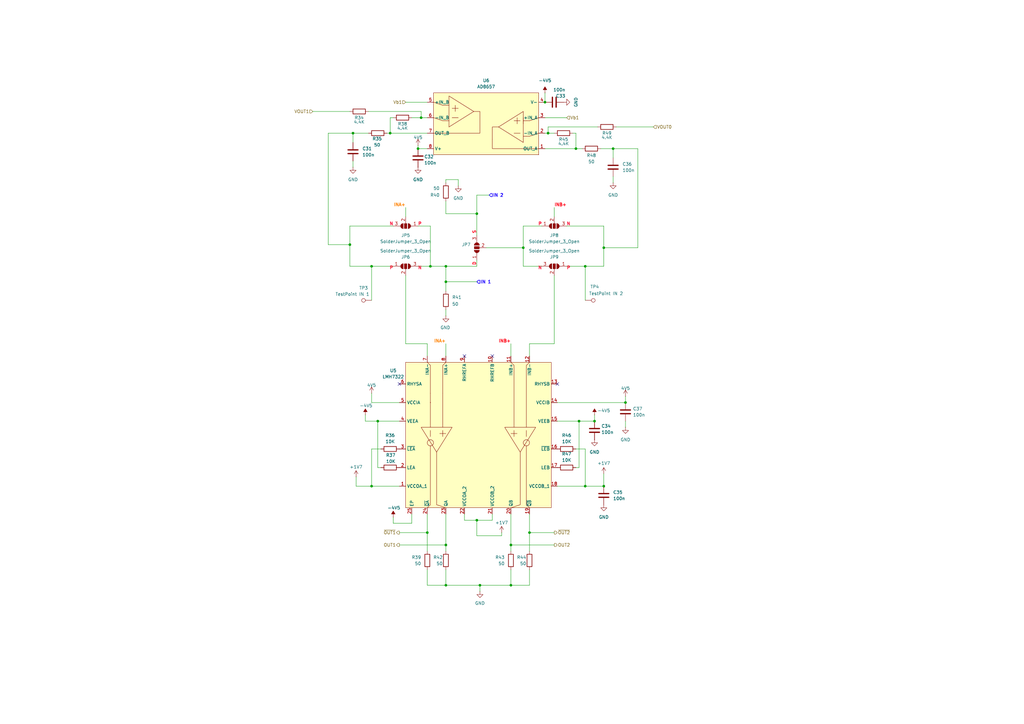
<source format=kicad_sch>
(kicad_sch (version 20231120) (generator "eeschema") (generator_version "8.0")
  (paper "A3")
  (lib_symbols
    (symbol "Connector:TestPoint" (pin_numbers hide) (pin_names (offset 0.762) hide)
      (property "Reference" "TP" (at 0 6.858 0))
      (property "Value" "TestPoint" (at 0 5.08 0))
      (symbol "TestPoint_0_1"
        (circle (center 0 3.302) (radius 0.762))
      )
      (symbol "TestPoint_1_1"
        (pin passive line (at 0 0 90) (length 2.54) (name "1") (number "1"))
      )
    )
    (symbol "Device:C" (pin_numbers hide) (pin_names (offset 0.254))
      (property "Reference" "C" (at 0.635 2.54 0))
      (property "Value" "C" (at 0.635 -2.54 0))
      (symbol "C_0_1"
        (polyline (pts (xy -2.032 -0.762) (xy 2.032 -0.762)) (stroke (width 0.508)))
        (polyline (pts (xy -2.032 0.762) (xy 2.032 0.762)) (stroke (width 0.508)))
      )
      (symbol "C_1_1"
        (pin passive line (at 0 3.81 270) (length 2.794) (name "~") (number "1"))
        (pin passive line (at 0 -3.81 90) (length 2.794) (name "~") (number "2"))
      )
    )
    (symbol "Device:R" (pin_numbers hide) (pin_names (offset 0))
      (property "Reference" "R" (at 2.032 0 90))
      (property "Value" "R" (at 0 0 90))
      (symbol "R_0_1"
        (rectangle (start -1.016 -2.54) (end 1.016 2.54) (stroke (width 0.254)))
      )
      (symbol "R_1_1"
        (pin passive line (at 0 3.81 270) (length 1.27) (name "~") (number "1"))
        (pin passive line (at 0 -3.81 90) (length 1.27) (name "~") (number "2"))
      )
    )
    (symbol "SolderJumper_3_Open_3" (pin_names (offset 0) hide) (exclude_from_sim yes) (in_bom no)
      (property "Reference" "JP" (at -2.54 -2.54 0))
      (property "Value" "SolderJumper_3_Open" (at 0 2.794 0))
      (symbol "SolderJumper_3_Open_3_0_1"
        (arc (start -1.016 1.016) (mid -2.0276 0) (end -1.016 -1.016))
        (arc (start -1.016 1.016) (mid -2.0276 0) (end -1.016 -1.016) (fill (type outline)))
        (rectangle (start -0.508 1.016) (end 0.508 -1.016) (fill (type outline)))
        (polyline (pts (xy -2.54 0) (xy -2.032 0)))
        (polyline (pts (xy -1.016 1.016) (xy -1.016 -1.016)))
        (polyline (pts (xy 0 -1.27) (xy 0 -1.016)))
        (polyline (pts (xy 1.016 1.016) (xy 1.016 -1.016)))
        (polyline (pts (xy 2.54 0) (xy 2.032 0)))
        (arc (start 1.016 -1.016) (mid 2.0276 0) (end 1.016 1.016))
        (arc (start 1.016 -1.016) (mid 2.0276 0) (end 1.016 1.016) (fill (type outline)))
      )
      (symbol "SolderJumper_3_Open_3_1_1"
        (pin passive line (at -5.08 0 0) (length 2.54) (name "A") (number "1"))
        (pin passive line (at 0 -3.81 90) (length 2.54) (name "C") (number "2"))
        (pin passive line (at 5.08 0 180) (length 2.54) (name "B") (number "3"))
      )
    )
    (symbol "power:+1V2" (power) (pin_numbers hide) (pin_names (offset 0) hide)
      (property "Value" "+1V2" (at 0 3.556 0))
      (symbol "+1V2_0_1"
        (polyline (pts (xy -0.762 1.27) (xy 0 2.54)))
        (polyline (pts (xy 0 0) (xy 0 2.54)))
        (polyline (pts (xy 0 2.54) (xy 0.762 1.27)))
      )
      (symbol "+1V2_1_1"
        (pin power_in line (at 0 0 90) (length 0) (name "~") (number "1"))
      )
    )
    (symbol "power:+8V" (power) (pin_numbers hide) (pin_names (offset 0) hide)
      (property "Value" "+8V" (at 0 3.556 0))
      (symbol "+8V_0_1"
        (polyline (pts (xy -0.762 1.27) (xy 0 2.54)))
        (polyline (pts (xy 0 0) (xy 0 2.54)))
        (polyline (pts (xy 0 2.54) (xy 0.762 1.27)))
      )
      (symbol "+8V_1_1"
        (pin power_in line (at 0 0 90) (length 0) (name "~") (number "1"))
      )
    )
    (symbol "power:-8V" (power) (pin_numbers hide) (pin_names (offset 0) hide)
      (property "Value" "-8V" (at 0 3.556 0))
      (symbol "-8V_0_0"
        (pin power_in line (at 0 0 90) (length 0) (name "~") (number "1"))
      )
      (symbol "-8V_0_1"
        (polyline (pts (xy 0 0) (xy 0 1.27) (xy 0.762 1.27) (xy 0 2.54) (xy -0.762 1.27) (xy 0 1.27)) (fill (type outline)))
      )
    )
    (symbol "power:GND" (power) (pin_numbers hide) (pin_names (offset 0) hide)
      (property "Value" "GND" (at 0 -3.81 0))
      (symbol "GND_0_1"
        (polyline (pts (xy 0 0) (xy 0 -1.27) (xy 1.27 -1.27) (xy 0 -2.54) (xy -1.27 -1.27) (xy 0 -1.27)))
      )
      (symbol "GND_1_1"
        (pin power_in line (at 0 0 270) (length 0) (name "~") (number "1"))
      )
    )
    (symbol "prova:AD8657"
      (property "Reference" "U" (at 9.906 3.556 0))
      (property "Value" "AD8657" (at 10.16 5.842 0))
      (symbol "AD8657_0_1"
        (polyline (pts (xy 12.7 17.78) (xy 12.7 20.32)))
        (polyline (pts (xy 13.97 19.05) (xy 16.51 19.05)))
        (polyline (pts (xy 13.97 24.13) (xy 16.51 24.13)))
        (polyline (pts (xy 15.24 20.32) (xy 15.24 17.78)))
        (polyline (pts (xy 16.51 19.05) (xy 16.51 19.05)))
        (polyline (pts (xy 36.83 17.78) (xy 36.83 17.78)))
        (polyline (pts (xy 39.37 13.97) (xy 41.91 13.97)))
        (polyline (pts (xy 39.37 17.78) (xy 41.91 17.78)))
        (polyline (pts (xy 40.64 15.24) (xy 40.64 12.7)))
      )
      (symbol "AD8657_1_1"
        (polyline (pts (xy 6.35 17.78) (xy 10.16 19.05)))
        (polyline (pts (xy 10.16 25.4) (xy 6.35 24.13)))
        (polyline (pts (xy 11.43 19.05) (xy 10.16 19.05)))
        (polyline (pts (xy 11.43 19.05) (xy 12.7 19.05)))
        (polyline (pts (xy 11.43 25.4) (xy 10.16 25.4)))
        (polyline (pts (xy 11.43 25.4) (xy 12.7 25.4)))
        (polyline (pts (xy 22.86 21.59) (xy 25.4 21.59) (xy 25.4 26.67)))
        (polyline (pts (xy 25.4 26.67) (xy 25.4 30.48) (xy 6.35 30.48)))
        (polyline (pts (xy 49.53 11.43) (xy 45.72 12.7) (xy 43.18 12.7)))
        (polyline (pts (xy 49.53 17.78) (xy 45.72 19.05) (xy 43.18 19.05)))
        (polyline (pts (xy 12.7 15.24) (xy 12.7 27.94) (xy 22.86 21.59) (xy 12.7 15.24)))
        (polyline (pts (xy 33.02 15.24) (xy 30.48 15.24) (xy 30.48 24.13) (xy 49.53 24.13)))
        (polyline (pts (xy 43.18 21.59) (xy 43.18 8.89) (xy 33.02 15.24) (xy 43.18 21.59)))
        (rectangle (start 6.35 33.02) (end 49.53 7.62) (fill (type background)))
        (pin output line (at 3.81 30.48 0) (length 2.54) (name "OUT_A") (number "1"))
        (pin input line (at 3.81 24.13 0) (length 2.54) (name "-IN_A") (number "2"))
        (pin input line (at 3.81 17.78 0) (length 2.54) (name "+IN_A") (number "3"))
        (pin input line (at 3.81 11.43 0) (length 2.54) (name "V-") (number "4"))
        (pin input line (at 52.07 11.43 180) (length 2.54) (name "+IN_B") (number "5"))
        (pin input line (at 52.07 17.78 180) (length 2.54) (name "-IN_B") (number "6"))
        (pin input line (at 52.07 24.13 180) (length 2.54) (name "OUT_B") (number "7"))
        (pin input line (at 52.07 30.48 180) (length 2.54) (name "V+") (number "8"))
      )
    )
    (symbol "prova:LMH7322"
      (property "Reference" "U" (at 11.684 8.89 0))
      (property "Value" "LMH7322" (at 20.32 16.51 0))
      (symbol "LMH7322_0_1"
        (circle (center -8.89 -5.08) (radius 0.0001))
        (circle (center -8.89 11.43) (radius 1.27))
        (polyline (pts (xy -8.89 -8.89) (xy -8.89 5.08)))
        (polyline (pts (xy -8.89 8.89) (xy -8.89 6.35)))
        (polyline (pts (xy -3.81 -8.89) (xy -3.81 5.08)))
        (polyline (pts (xy -3.81 8.89) (xy -3.81 6.35)))
        (polyline (pts (xy -2.54 7.62) (xy -5.08 7.62)))
        (polyline (pts (xy 25.4 8.89) (xy 25.4 6.35)))
        (polyline (pts (xy 26.67 7.62) (xy 24.13 7.62)))
        (polyline (pts (xy 30.48 -2.54) (xy 30.48 -2.54)))
        (polyline (pts (xy 30.48 8.89) (xy 30.48 6.35)))
        (polyline (pts (xy -8.89 -8.89) (xy -8.89 -20.32) (xy -10.16 -21.59)))
        (polyline (pts (xy -8.89 12.7) (xy -8.89 36.83) (xy -10.16 38.1)))
        (polyline (pts (xy -6.35 15.24) (xy -6.35 36.83) (xy -2.54 38.1)))
        (polyline (pts (xy -3.81 -8.89) (xy -3.81 -20.32) (xy -2.54 -21.59)))
        (polyline (pts (xy 27.94 15.24) (xy 27.94 36.83) (xy 24.13 38.1)))
        (polyline (pts (xy 30.48 12.7) (xy 30.48 36.83) (xy 31.75 38.1)))
        (circle (center 30.48 11.43) (radius 1.27))
      )
      (symbol "LMH7322_1_1"
        (rectangle (start -19.05 38.1) (end 40.64 -21.59) (fill (type background)))
        (polyline (pts (xy 0 5.08) (xy -12.7 5.08) (xy -6.35 15.24) (xy 0 5.08)))
        (polyline (pts (xy 24.13 -21.59) (xy 25.4 -20.32) (xy 25.4 -16.51) (xy 25.4 5.08)) (fill (type background)))
        (polyline (pts (xy 30.48 5.08) (xy 30.48 -16.51) (xy 30.48 -20.32) (xy 31.75 -21.59)) (fill (type background)))
        (polyline (pts (xy 34.29 5.08) (xy 21.59 5.08) (xy 27.94 15.24) (xy 34.29 5.08)) (fill (type background)))
        (pin input line (at -21.59 29.21 0) (length 2.54) (name "VCCOA_1") (number "1"))
        (pin input line (at 16.51 -24.13 90) (length 2.54) (name "RHREFB") (number "10"))
        (pin input line (at 24.13 -24.13 90) (length 2.54) (name "INB+") (number "11"))
        (pin input line (at 31.75 -24.13 90) (length 2.54) (name "INB-") (number "12"))
        (pin input line (at 43.18 -12.7 180) (length 2.54) (name "RHYSB") (number "13"))
        (pin input line (at 43.18 -5.08 180) (length 2.54) (name "VCCIB") (number "14"))
        (pin input line (at 43.18 2.54 180) (length 2.54) (name "VEEB") (number "15"))
        (pin input line (at 43.18 13.97 180) (length 2.54) (name "~{LEB}") (number "16"))
        (pin input line (at 43.18 21.59 180) (length 2.54) (name "LEB") (number "17"))
        (pin input line (at 43.18 29.21 180) (length 2.54) (name "VCCOB_1") (number "18"))
        (pin output line (at 31.75 40.64 270) (length 2.54) (name "~{QB}") (number "19"))
        (pin input line (at -21.59 21.59 0) (length 2.54) (name "LEA") (number "2"))
        (pin output line (at 24.13 40.64 270) (length 2.54) (name "QB") (number "20"))
        (pin input line (at 16.51 40.64 270) (length 2.54) (name "VCCOB_2") (number "21"))
        (pin input line (at 5.08 40.64 270) (length 2.54) (name "VCCOA_2") (number "22"))
        (pin output line (at -2.54 40.64 270) (length 2.54) (name "QA") (number "23"))
        (pin output line (at -10.16 40.64 270) (length 2.54) (name "~{QA}") (number "24"))
        (pin passive line (at -16.51 40.64 270) (length 2.54) (name "EP") (number "25"))
        (pin input line (at -21.59 13.97 0) (length 2.54) (name "~{LEA}") (number "3"))
        (pin input line (at -21.59 2.54 0) (length 2.54) (name "VEEA") (number "4"))
        (pin input line (at -21.59 -5.08 0) (length 2.54) (name "VCCIA") (number "5"))
        (pin input line (at -21.59 -12.7 0) (length 2.54) (name "RHYSA") (number "6"))
        (pin input line (at -10.16 -24.13 90) (length 2.54) (name "INA-") (number "7"))
        (pin input line (at -2.54 -24.13 90) (length 2.54) (name "INA+") (number "8"))
        (pin input line (at 5.08 -24.13 90) (length 2.54) (name "RHREFA") (number "9"))
      )
    )
  )
  (junction (at 209.55 223.52))
  (junction (at 160.02 54.61))
  (junction (at 196.85 240.03))
  (junction (at 240.03 199.39))
  (junction (at 195.58 213.36))
  (junction (at 209.55 240.03))
  (junction (at 182.88 109.22))
  (junction (at 251.46 60.96))
  (junction (at 171.45 60.96))
  (junction (at 175.26 218.44))
  (junction (at 176.53 109.22))
  (junction (at 256.54 165.1))
  (junction (at 247.65 101.6))
  (junction (at 214.63 101.6))
  (junction (at 240.03 109.22))
  (junction (at 217.17 218.44))
  (junction (at 182.88 240.03))
  (junction (at 237.49 172.72))
  (junction (at 144.78 54.61))
  (junction (at 224.79 54.61))
  (junction (at 223.52 41.91))
  (junction (at 236.22 60.96))
  (junction (at 243.84 172.72))
  (junction (at 182.88 115.57))
  (junction (at 182.88 223.52))
  (junction (at 154.94 172.72))
  (junction (at 195.58 87.63))
  (junction (at 247.65 199.39))
  (junction (at 143.51 100.33))
  (junction (at 152.4 199.39))
  (junction (at 152.4 109.22))
  (junction (at 172.72 48.26))
  (no_connect (at 163.83 157.48))
  (no_connect (at 190.5 146.05))
  (no_connect (at 228.6 157.48))
  (no_connect (at 201.93 146.05))
  (wire (pts (xy 205.74 218.44) (xy 205.74 219.71)))
  (wire (pts (xy 236.22 184.15) (xy 240.03 184.15)))
  (wire (pts (xy 214.63 92.71) (xy 214.63 101.6)))
  (wire (pts (xy 182.88 223.52) (xy 182.88 226.06)))
  (wire (pts (xy 182.88 127) (xy 182.88 129.54)))
  (wire (pts (xy 247.65 199.39) (xy 247.65 194.31)))
  (wire (pts (xy 182.88 115.57) (xy 195.58 115.57)))
  (wire (pts (xy 227.33 218.44) (xy 217.17 218.44)))
  (wire (pts (xy 240.03 109.22) (xy 247.65 109.22)))
  (wire (pts (xy 163.83 199.39) (xy 152.4 199.39)))
  (wire (pts (xy 182.88 223.52) (xy 163.83 223.52)))
  (wire (pts (xy 158.75 54.61) (xy 160.02 54.61)))
  (wire (pts (xy 190.5 213.36) (xy 190.5 210.82)))
  (wire (pts (xy 247.65 101.6) (xy 247.65 109.22)))
  (wire (pts (xy 199.39 101.6) (xy 214.63 101.6)))
  (wire (pts (xy 232.41 92.71) (xy 247.65 92.71)))
  (wire (pts (xy 182.88 119.38) (xy 182.88 115.57)))
  (wire (pts (xy 227.33 223.52) (xy 209.55 223.52)))
  (wire (pts (xy 217.17 240.03) (xy 209.55 240.03)))
  (wire (pts (xy 201.93 213.36) (xy 201.93 210.82)))
  (wire (pts (xy 240.03 199.39) (xy 228.6 199.39)))
  (wire (pts (xy 182.88 73.66) (xy 187.96 73.66)))
  (wire (pts (xy 175.26 60.96) (xy 171.45 60.96)))
  (wire (pts (xy 143.51 109.22) (xy 152.4 109.22)))
  (wire (pts (xy 209.55 223.52) (xy 209.55 226.06)))
  (wire (pts (xy 175.26 210.82) (xy 175.26 218.44)))
  (wire (pts (xy 236.22 54.61) (xy 236.22 60.96)))
  (wire (pts (xy 182.88 210.82) (xy 182.88 223.52)))
  (wire (pts (xy 154.94 191.77) (xy 154.94 172.72)))
  (wire (pts (xy 152.4 199.39) (xy 146.05 199.39)))
  (wire (pts (xy 190.5 213.36) (xy 195.58 213.36)))
  (wire (pts (xy 154.94 172.72) (xy 149.86 172.72)))
  (wire (pts (xy 195.58 109.22) (xy 182.88 109.22)))
  (wire (pts (xy 217.17 146.05) (xy 217.17 140.97)))
  (wire (pts (xy 152.4 165.1) (xy 163.83 165.1)))
  (wire (pts (xy 166.37 140.97) (xy 175.26 140.97)))
  (wire (pts (xy 217.17 218.44) (xy 217.17 226.06)))
  (wire (pts (xy 217.17 233.68) (xy 217.17 240.03)))
  (wire (pts (xy 195.58 80.01) (xy 195.58 87.63)))
  (wire (pts (xy 214.63 109.22) (xy 222.25 109.22)))
  (wire (pts (xy 251.46 64.77) (xy 251.46 60.96)))
  (wire (pts (xy 223.52 60.96) (xy 236.22 60.96)))
  (wire (pts (xy 134.62 100.33) (xy 134.62 54.61)))
  (wire (pts (xy 222.25 92.71) (xy 214.63 92.71)))
  (wire (pts (xy 149.86 170.18) (xy 149.86 172.72)))
  (wire (pts (xy 182.88 82.55) (xy 182.88 87.63)))
  (wire (pts (xy 176.53 109.22) (xy 171.45 109.22)))
  (wire (pts (xy 144.78 58.42) (xy 144.78 54.61)))
  (wire (pts (xy 146.05 195.58) (xy 146.05 199.39)))
  (wire (pts (xy 224.79 54.61) (xy 227.33 54.61)))
  (wire (pts (xy 196.85 240.03) (xy 196.85 242.57)))
  (wire (pts (xy 134.62 54.61) (xy 144.78 54.61)))
  (wire (pts (xy 243.84 170.18) (xy 243.84 172.72)))
  (wire (pts (xy 247.65 199.39) (xy 240.03 199.39)))
  (wire (pts (xy 224.79 52.07) (xy 245.11 52.07)))
  (wire (pts (xy 128.27 45.72) (xy 143.51 45.72)))
  (wire (pts (xy 228.6 165.1) (xy 256.54 165.1)))
  (wire (pts (xy 160.02 54.61) (xy 160.02 48.26)))
  (wire (pts (xy 236.22 191.77) (xy 237.49 191.77)))
  (wire (pts (xy 217.17 140.97) (xy 227.33 140.97)))
  (wire (pts (xy 256.54 172.72) (xy 256.54 175.26)))
  (wire (pts (xy 152.4 184.15) (xy 156.21 184.15)))
  (wire (pts (xy 240.03 109.22) (xy 240.03 123.19)))
  (wire (pts (xy 246.38 60.96) (xy 251.46 60.96)))
  (wire (pts (xy 232.41 109.22) (xy 240.03 109.22)))
  (wire (pts (xy 224.79 54.61) (xy 223.52 54.61)))
  (wire (pts (xy 175.26 146.05) (xy 175.26 140.97)))
  (wire (pts (xy 267.97 52.07) (xy 252.73 52.07)))
  (wire (pts (xy 175.26 218.44) (xy 175.26 226.06)))
  (wire (pts (xy 214.63 101.6) (xy 214.63 109.22)))
  (wire (pts (xy 182.88 140.97) (xy 182.88 146.05)))
  (wire (pts (xy 261.62 60.96) (xy 251.46 60.96)))
  (wire (pts (xy 247.65 101.6) (xy 261.62 101.6)))
  (wire (pts (xy 166.37 85.09) (xy 166.37 88.9)))
  (wire (pts (xy 143.51 92.71) (xy 161.29 92.71)))
  (wire (pts (xy 163.83 172.72) (xy 154.94 172.72)))
  (wire (pts (xy 195.58 87.63) (xy 195.58 96.52)))
  (wire (pts (xy 247.65 92.71) (xy 247.65 101.6)))
  (wire (pts (xy 143.51 100.33) (xy 134.62 100.33)))
  (wire (pts (xy 209.55 210.82) (xy 209.55 223.52)))
  (wire (pts (xy 166.37 41.91) (xy 175.26 41.91)))
  (wire (pts (xy 152.4 184.15) (xy 152.4 199.39)))
  (wire (pts (xy 166.37 113.03) (xy 166.37 140.97)))
  (wire (pts (xy 171.45 92.71) (xy 176.53 92.71)))
  (wire (pts (xy 195.58 213.36) (xy 195.58 219.71)))
  (wire (pts (xy 143.51 92.71) (xy 143.51 100.33)))
  (wire (pts (xy 209.55 233.68) (xy 209.55 240.03)))
  (wire (pts (xy 152.4 161.29) (xy 152.4 165.1)))
  (wire (pts (xy 224.79 54.61) (xy 224.79 52.07)))
  (wire (pts (xy 240.03 184.15) (xy 240.03 199.39)))
  (wire (pts (xy 236.22 60.96) (xy 238.76 60.96)))
  (wire (pts (xy 256.54 162.56) (xy 256.54 165.1)))
  (wire (pts (xy 195.58 213.36) (xy 201.93 213.36)))
  (wire (pts (xy 182.88 87.63) (xy 195.58 87.63)))
  (wire (pts (xy 172.72 48.26) (xy 172.72 45.72)))
  (wire (pts (xy 227.33 85.09) (xy 227.33 88.9)))
  (wire (pts (xy 195.58 80.01) (xy 200.66 80.01)))
  (wire (pts (xy 144.78 66.04) (xy 144.78 68.58)))
  (wire (pts (xy 143.51 100.33) (xy 143.51 109.22)))
  (wire (pts (xy 182.88 109.22) (xy 176.53 109.22)))
  (wire (pts (xy 195.58 219.71) (xy 205.74 219.71)))
  (wire (pts (xy 182.88 73.66) (xy 182.88 74.93)))
  (wire (pts (xy 261.62 101.6) (xy 261.62 60.96)))
  (wire (pts (xy 156.21 191.77) (xy 154.94 191.77)))
  (wire (pts (xy 175.26 218.44) (xy 163.83 218.44)))
  (wire (pts (xy 223.52 38.1) (xy 223.52 41.91)))
  (wire (pts (xy 234.95 54.61) (xy 236.22 54.61)))
  (wire (pts (xy 182.88 240.03) (xy 175.26 240.03)))
  (wire (pts (xy 195.58 106.68) (xy 195.58 109.22)))
  (wire (pts (xy 152.4 109.22) (xy 152.4 123.19)))
  (wire (pts (xy 187.96 73.66) (xy 187.96 76.2)))
  (wire (pts (xy 175.26 233.68) (xy 175.26 240.03)))
  (wire (pts (xy 168.91 48.26) (xy 172.72 48.26)))
  (wire (pts (xy 228.6 172.72) (xy 237.49 172.72)))
  (wire (pts (xy 196.85 240.03) (xy 182.88 240.03)))
  (wire (pts (xy 209.55 240.03) (xy 196.85 240.03)))
  (wire (pts (xy 160.02 54.61) (xy 175.26 54.61)))
  (wire (pts (xy 227.33 113.03) (xy 227.33 140.97)))
  (wire (pts (xy 151.13 45.72) (xy 172.72 45.72)))
  (wire (pts (xy 152.4 109.22) (xy 161.29 109.22)))
  (wire (pts (xy 171.45 59.69) (xy 171.45 60.96)))
  (wire (pts (xy 182.88 233.68) (xy 182.88 240.03)))
  (wire (pts (xy 161.29 212.09) (xy 161.29 214.63)))
  (wire (pts (xy 217.17 210.82) (xy 217.17 218.44)))
  (wire (pts (xy 144.78 54.61) (xy 151.13 54.61)))
  (wire (pts (xy 237.49 191.77) (xy 237.49 172.72)))
  (wire (pts (xy 251.46 72.39) (xy 251.46 74.93)))
  (wire (pts (xy 168.91 214.63) (xy 161.29 214.63)))
  (wire (pts (xy 223.52 48.26) (xy 232.41 48.26)))
  (wire (pts (xy 168.91 210.82) (xy 168.91 214.63)))
  (wire (pts (xy 176.53 92.71) (xy 176.53 109.22)))
  (wire (pts (xy 172.72 48.26) (xy 175.26 48.26)))
  (wire (pts (xy 209.55 140.97) (xy 209.55 146.05)))
  (wire (pts (xy 182.88 109.22) (xy 182.88 115.57)))
  (wire (pts (xy 160.02 48.26) (xy 161.29 48.26)))
  (wire (pts (xy 243.84 172.72) (xy 237.49 172.72)))
  (text "N" (at 172.212 109.982 0) (effects (font (size 1.27 1.27) (thickness 0.254) (bold yes))))
  (text "N" (at 160.528 91.948 0) (effects (font (size 1.27 1.27) (thickness 0.254) (bold yes))))
  (text "P\n" (at 160.528 109.982 0) (effects (font (size 1.27 1.27) (thickness 0.254) (bold yes))))
  (text "N" (at 221.488 109.982 0) (effects (font (size 1.27 1.27) (thickness 0.254) (bold yes))))
  (text "S" (at 194.564 95.25 90) (effects (font (size 1.27 1.27) (thickness 0.254) (bold yes))))
  (text "P\n" (at 233.172 109.982 0) (effects (font (size 1.27 1.27) (thickness 0.254) (bold yes))))
  (text "P\n" (at 172.212 91.948 0) (effects (font (size 1.27 1.27) (thickness 0.254) (bold yes))))
  (text "P\n" (at 221.488 91.948 0) (effects (font (size 1.27 1.27) (thickness 0.254) (bold yes))))
  (text "N" (at 233.172 91.948 0) (effects (font (size 1.27 1.27) (thickness 0.254) (bold yes))))
  (text "D" (at 194.564 108.204 90) (effects (font (size 1.27 1.27) (thickness 0.254) (bold yes))))
  (label "INA+" (at 166.37 85.09 180) (effects (font (thickness 0.254) (bold yes))))
  (label "INA+" (at 182.88 140.97 180) (effects (font (thickness 0.254) (bold yes))))
  (label "INB+" (at 209.55 140.97 180) (effects (font (thickness 0.254) (bold yes))))
  (label "INB+" (at 227.33 85.09 0) (effects (font (thickness 0.254) (bold yes))))
  (hierarchical_label "Vb1" (shape input) (at 232.41 48.26 0))
  (hierarchical_label "VOUT1" (shape input) (at 128.27 45.72 180))
  (hierarchical_label "IN 1" (shape input) (at 195.58 115.57 0) (effects (font (thickness 0.254) (bold yes))))
  (hierarchical_label "IN 2" (shape input) (at 200.66 80.01 0) (effects (font (thickness 0.254) (bold yes))))
  (hierarchical_label "~{OUT2}" (shape output) (at 227.33 218.44 0))
  (hierarchical_label "~{OUT1}" (shape output) (at 163.83 218.44 180))
  (hierarchical_label "OUT2" (shape output) (at 227.33 223.52 0))
  (hierarchical_label "Vb1" (shape input) (at 166.37 41.91 180))
  (hierarchical_label "VOUT0" (shape input) (at 267.97 52.07 0))
  (hierarchical_label "OUT1" (shape output) (at 163.83 223.52 180))
  (symbol (lib_id "power:GND") (at 144.78 68.58 0) (unit 1)
    (property "Reference" "#PWR067" (effects (hide yes)))
    (property "Value" "GND" (at 144.78 73.66 0))
    (property "Description" "Power symbol creates a global label with name \"GND\" , ground" (effects (hide yes)))
  )
  (symbol (lib_id "Device:R") (at 232.41 191.77 270) (mirror x) (unit 1)
    (property "Reference" "R47" (at 232.41 186.182 90))
    (property "Value" "10K" (at 232.41 188.722 90))
    (property "Footprint" "Resistor_SMD:R_0603_1608Metric_Pad0.98x0.95mm_HandSolder" (effects (hide yes)))
    (property "Description" "Resistor" (effects (hide yes)))
  )
  (symbol (lib_id "power:GND") (at 187.96 76.2 0) (unit 1)
    (property "Reference" "#PWR075" (effects (hide yes)))
    (property "Value" "GND" (at 187.96 81.28 0))
    (property "Description" "Power symbol creates a global label with name \"GND\" , ground" (effects (hide yes)))
  )
  (symbol (lib_id "Device:R") (at 175.26 229.87 0) (mirror y) (unit 1)
    (property "Reference" "R39" (at 172.72 228.5999 0) (effects (justify left)))
    (property "Value" "50" (at 172.72 231.1399 0) (effects (justify left)))
    (property "Footprint" "Resistor_SMD:R_0603_1608Metric_Pad0.98x0.95mm_HandSolder" (effects (hide yes)))
    (property "Description" "Resistor" (effects (hide yes)))
  )
  (symbol (lib_id "Device:C") (at 243.84 176.53 0) (unit 1)
    (property "Reference" "C34" (at 246.634 174.752 0) (effects (justify left)))
    (property "Value" "100n" (at 246.634 177.292 0) (effects (justify left)))
    (property "Footprint" "Capacitor_SMD:C_0603_1608Metric_Pad1.08x0.95mm_HandSolder" (effects (hide yes)))
    (property "Description" "Unpolarized capacitor" (effects (hide yes)))
  )
  (symbol (lib_id "prova:AD8657") (at 227.33 30.48 180) (unit 1)
    (property "Reference" "U6" (at 199.39 33.02 0))
    (property "Value" "AD8657" (at 199.39 35.56 0))
    (property "Footprint" "SamacSys_Parts:SOP65P490X110-8N" (effects (hide yes)))
  )
  (symbol (lib_id "power:GND") (at 256.54 175.26 0) (unit 1)
    (property "Reference" "#PWR086" (effects (hide yes)))
    (property "Value" "GND" (at 256.54 180.34 0))
    (property "Description" "Power symbol creates a global label with name \"GND\" , ground" (effects (hide yes)))
  )
  (symbol (lib_id "power:+8V") (at 256.54 162.56 0) (mirror y) (unit 1)
    (property "Reference" "#PWR080" (effects (hide yes)))
    (property "Value" "4V5" (at 256.54 159.258 0))
    (property "Description" "Power symbol creates a global label with name \"+8V\"" (effects (hide yes)))
  )
  (symbol (lib_id "Device:R") (at 182.88 123.19 180) (unit 1)
    (property "Reference" "R41" (at 185.42 121.9199 0) (effects (justify right)))
    (property "Value" "50" (at 185.42 124.714 0) (effects (justify right)))
    (property "Footprint" "Resistor_SMD:R_0603_1608Metric_Pad0.98x0.95mm_HandSolder" (effects (hide yes)))
    (property "Description" "Resistor" (effects (hide yes)))
  )
  (symbol (lib_id "power:+1V2") (at 146.05 195.58 0) (mirror y) (unit 1)
    (property "Reference" "#PWR068" (effects (hide yes)))
    (property "Value" "+1V7" (at 146.05 191.516 0))
    (property "Description" "Power symbol creates a global label with name \"+1V2\"" (effects (hide yes)))
  )
  (symbol (lib_id "Device:R") (at 182.88 78.74 0) (unit 1)
    (property "Reference" "R40" (at 180.34 80.0101 0) (effects (justify right)))
    (property "Value" "50" (at 180.34 77.216 0) (effects (justify right)))
    (property "Footprint" "Resistor_SMD:R_0603_1608Metric_Pad0.98x0.95mm_HandSolder" (effects (hide yes)))
    (property "Description" "Resistor" (effects (hide yes)))
  )
  (symbol (lib_id "Device:R") (at 242.57 60.96 270) (unit 1)
    (property "Reference" "R48" (at 242.57 63.754 90))
    (property "Value" "50" (at 242.57 66.294 90))
    (property "Footprint" "Resistor_SMD:R_0603_1608Metric_Pad0.98x0.95mm_HandSolder" (effects (hide yes)))
    (property "Description" "Resistor" (effects (hide yes)))
  )
  (symbol (lib_id "Device:C") (at 256.54 168.91 0) (unit 1)
    (property "Reference" "C37" (at 259.588 167.64 0) (effects (justify left)))
    (property "Value" "100n" (at 259.588 170.18 0) (effects (justify left)))
    (property "Footprint" "Capacitor_SMD:C_0603_1608Metric_Pad1.08x0.95mm_HandSolder" (effects (hide yes)))
    (property "Description" "Unpolarized capacitor" (effects (hide yes)))
  )
  (symbol (lib_name "SolderJumper_3_Open_3") (lib_id "Jumper:SolderJumper_3_Open") (at 195.58 101.6 90) (unit 1) (exclude_from_sim yes) (in_bom no)
    (property "Reference" "JP7" (at 193.04 100.3299 90) (effects (justify left)))
    (property "Value" "SolderJumper_3_Open" (effects (hide yes)))
    (property "Footprint" "Jumper:SolderJumper-3_P1.3mm_Open_RoundedPad1.0x1.5mm_NumberLabels" (effects (hide yes)))
    (property "Description" "Solder Jumper, 3-pole, open" (effects (hide yes)))
  )
  (symbol (lib_id "power:GND") (at 251.46 74.93 0) (unit 1)
    (property "Reference" "#PWR085" (effects (hide yes)))
    (property "Value" "GND" (at 251.46 80.01 0))
    (property "Description" "Power symbol creates a global label with name \"GND\" , ground" (effects (hide yes)))
  )
  (symbol (lib_id "power:GND") (at 231.14 41.91 90) (unit 1)
    (property "Reference" "#PWR079" (effects (hide yes)))
    (property "Value" "GND" (at 236.22 41.91 0))
    (property "Description" "Power symbol creates a global label with name \"GND\" , ground" (effects (hide yes)))
  )
  (symbol (lib_id "power:-8V") (at 149.86 170.18 0) (mirror y) (unit 1)
    (property "Reference" "#PWR069" (effects (hide yes)))
    (property "Value" "-4V5" (at 150.114 166.37 0))
    (property "Description" "Power symbol creates a global label with name \"-8V\"" (effects (hide yes)))
  )
  (symbol (lib_id "Device:R") (at 154.94 54.61 90) (unit 1)
    (property "Reference" "R35" (at 154.686 56.896 90))
    (property "Value" "50" (at 154.686 59.436 90))
    (property "Footprint" "Resistor_SMD:R_0603_1608Metric_Pad0.98x0.95mm_HandSolder" (effects (hide yes)))
    (property "Description" "Resistor" (effects (hide yes)))
  )
  (symbol (lib_id "power:-8V") (at 223.52 38.1 0) (unit 1)
    (property "Reference" "#PWR078" (effects (hide yes)))
    (property "Value" "-4V5" (at 223.52 33.02 0))
    (property "Description" "Power symbol creates a global label with name \"-8V\"" (effects (hide yes)))
  )
  (symbol (lib_id "power:+1V2") (at 205.74 218.44 0) (mirror y) (unit 1)
    (property "Reference" "#PWR077" (effects (hide yes)))
    (property "Value" "+1V7" (at 205.74 214.376 0))
    (property "Description" "Power symbol creates a global label with name \"+1V2\"" (effects (hide yes)))
  )
  (symbol (lib_id "Device:R") (at 248.92 52.07 270) (unit 1)
    (property "Reference" "R49" (at 248.92 54.61 90))
    (property "Value" "4.4K" (at 248.92 56.388 90))
    (property "Footprint" "Resistor_SMD:R_0603_1608Metric_Pad0.98x0.95mm_HandSolder" (effects (hide yes)))
    (property "Description" "Resistor" (effects (hide yes)))
  )
  (symbol (lib_id "power:GND") (at 243.84 180.34 0) (unit 1)
    (property "Reference" "#PWR082" (effects (hide yes)))
    (property "Value" "GND" (at 243.84 185.42 0))
    (property "Description" "Power symbol creates a global label with name \"GND\" , ground" (effects (hide yes)))
  )
  (symbol (lib_id "power:+1V2") (at 247.65 194.31 0) (mirror y) (unit 1)
    (property "Reference" "#PWR083" (effects (hide yes)))
    (property "Value" "+1V7" (at 247.65 189.992 0))
    (property "Description" "Power symbol creates a global label with name \"+1V2\"" (effects (hide yes)))
  )
  (symbol (lib_id "prova:LMH7322") (at 185.42 170.18 0) (mirror x) (unit 1)
    (property "Reference" "U5" (at 161.29 151.9838 0))
    (property "Value" "LMH7322" (at 161.29 154.5238 0))
    (property "Footprint" "SamacSys_Parts:QFN50P400X400X80-25N" (effects (hide yes)))
  )
  (symbol (lib_id "Device:C") (at 247.65 203.2 0) (unit 1)
    (property "Reference" "C35" (at 251.46 201.9299 0) (effects (justify left)))
    (property "Value" "100n" (at 251.46 204.4699 0) (effects (justify left)))
    (property "Footprint" "Capacitor_SMD:C_0603_1608Metric_Pad1.08x0.95mm_HandSolder" (effects (hide yes)))
    (property "Description" "Unpolarized capacitor" (effects (hide yes)))
  )
  (symbol (lib_id "power:GND") (at 247.65 207.01 0) (unit 1)
    (property "Reference" "#PWR084" (effects (hide yes)))
    (property "Value" "GND" (at 247.65 212.09 0))
    (property "Description" "Power symbol creates a global label with name \"GND\" , ground" (effects (hide yes)))
  )
  (symbol (lib_name "SolderJumper_3_Open_3") (lib_id "Jumper:SolderJumper_3_Open") (at 166.37 109.22 0) (unit 1) (exclude_from_sim yes) (in_bom no)
    (property "Reference" "JP6" (at 166.37 105.41 0))
    (property "Value" "SolderJumper_3_Open" (at 166.37 102.87 0))
    (property "Footprint" "Jumper:SolderJumper-3_P1.3mm_Open_RoundedPad1.0x1.5mm_NumberLabels" (effects (hide yes)))
    (property "Description" "Solder Jumper, 3-pole, open" (effects (hide yes)))
  )
  (symbol (lib_id "Device:R") (at 231.14 54.61 270) (unit 1)
    (property "Reference" "R45" (at 231.14 57.15 90))
    (property "Value" "4.4K" (at 231.14 58.928 90))
    (property "Footprint" "Resistor_SMD:R_0603_1608Metric_Pad0.98x0.95mm_HandSolder" (effects (hide yes)))
    (property "Description" "Resistor" (effects (hide yes)))
  )
  (symbol (lib_id "power:+8V") (at 171.45 59.69 0) (unit 1)
    (property "Reference" "#PWR072" (effects (hide yes)))
    (property "Value" "4V5" (at 171.45 56.388 0))
    (property "Description" "Power symbol creates a global label with name \"+8V\"" (effects (hide yes)))
  )
  (symbol (lib_id "Device:R") (at 160.02 191.77 270) (mirror x) (unit 1)
    (property "Reference" "R37" (at 160.274 186.69 90))
    (property "Value" "10K" (at 160.274 189.23 90))
    (property "Footprint" "Resistor_SMD:R_0603_1608Metric_Pad0.98x0.95mm_HandSolder" (effects (hide yes)))
    (property "Description" "Resistor" (effects (hide yes)))
  )
  (symbol (lib_id "Device:C") (at 227.33 41.91 90) (unit 1)
    (property "Reference" "C33" (at 231.902 39.37 90) (effects (justify left)))
    (property "Value" "100n" (at 231.902 36.83 90) (effects (justify left)))
    (property "Footprint" "Capacitor_SMD:C_0603_1608Metric_Pad1.08x0.95mm_HandSolder" (effects (hide yes)))
    (property "Description" "Unpolarized capacitor" (effects (hide yes)))
  )
  (symbol (lib_id "Device:C") (at 144.78 62.23 0) (unit 1)
    (property "Reference" "C31" (at 148.59 60.9599 0) (effects (justify left)))
    (property "Value" "100n" (at 148.59 63.4999 0) (effects (justify left)))
    (property "Footprint" "Capacitor_SMD:C_0603_1608Metric_Pad1.08x0.95mm_HandSolder" (effects (hide yes)))
    (property "Description" "Unpolarized capacitor" (effects (hide yes)))
  )
  (symbol (lib_id "Connector:TestPoint") (at 152.4 123.19 90) (unit 1)
    (property "Reference" "TP3" (at 149.098 118.11 90))
    (property "Value" "TestPoint IN 1" (at 144.526 120.65 90))
    (property "Footprint" "TestPoint:TestPoint_Pad_D1.0mm" (effects (hide yes)))
    (property "Description" "test point" (effects (hide yes)))
  )
  (symbol (lib_id "power:GND") (at 182.88 129.54 0) (unit 1)
    (property "Reference" "#PWR074" (effects (hide yes)))
    (property "Value" "GND" (at 182.626 134.366 0))
    (property "Description" "Power symbol creates a global label with name \"GND\" , ground" (effects (hide yes)))
  )
  (symbol (lib_id "Device:R") (at 165.1 48.26 90) (unit 1)
    (property "Reference" "R38" (at 165.1 50.8 90))
    (property "Value" "4.4K" (at 165.1 52.578 90))
    (property "Footprint" "Resistor_SMD:R_0603_1608Metric_Pad0.98x0.95mm_HandSolder" (effects (hide yes)))
    (property "Description" "Resistor" (effects (hide yes)))
  )
  (symbol (lib_name "SolderJumper_3_Open_3") (lib_id "Jumper:SolderJumper_3_Open") (at 227.33 109.22 0) (mirror y) (unit 1) (exclude_from_sim yes) (in_bom no)
    (property "Reference" "JP9" (at 227.33 105.41 0))
    (property "Value" "SolderJumper_3_Open" (at 227.33 102.87 0))
    (property "Footprint" "Jumper:SolderJumper-3_P1.3mm_Open_RoundedPad1.0x1.5mm_NumberLabels" (effects (hide yes)))
    (property "Description" "Solder Jumper, 3-pole, open" (effects (hide yes)))
  )
  (symbol (lib_id "power:+8V") (at 152.4 161.29 0) (mirror y) (unit 1)
    (property "Reference" "#PWR070" (effects (hide yes)))
    (property "Value" "4V5" (at 152.4 157.988 0))
    (property "Description" "Power symbol creates a global label with name \"+8V\"" (effects (hide yes)))
  )
  (symbol (lib_id "power:-8V") (at 243.84 170.18 0) (mirror y) (unit 1)
    (property "Reference" "#PWR081" (effects (hide yes)))
    (property "Value" "-4V5" (at 247.65 168.402 0))
    (property "Description" "Power symbol creates a global label with name \"-8V\"" (effects (hide yes)))
  )
  (symbol (lib_id "Connector:TestPoint") (at 240.03 123.19 270) (unit 1)
    (property "Reference" "TP4" (at 242.062 117.602 90) (effects (justify left)))
    (property "Value" "TestPoint IN 2" (at 241.554 120.396 90) (effects (justify left)))
    (property "Footprint" "TestPoint:TestPoint_Pad_D1.0mm" (effects (hide yes)))
    (property "Description" "test point" (effects (hide yes)))
  )
  (symbol (lib_id "Device:R") (at 232.41 184.15 270) (mirror x) (unit 1)
    (property "Reference" "R46" (at 232.41 178.562 90))
    (property "Value" "10K" (at 232.41 181.102 90))
    (property "Footprint" "Resistor_SMD:R_0603_1608Metric_Pad0.98x0.95mm_HandSolder" (effects (hide yes)))
    (property "Description" "Resistor" (effects (hide yes)))
  )
  (symbol (lib_id "Device:R") (at 160.02 184.15 270) (mirror x) (unit 1)
    (property "Reference" "R36" (at 160.02 178.562 90))
    (property "Value" "10K" (at 160.02 181.102 90))
    (property "Footprint" "Resistor_SMD:R_0603_1608Metric_Pad0.98x0.95mm_HandSolder" (effects (hide yes)))
    (property "Description" "Resistor" (effects (hide yes)))
  )
  (symbol (lib_id "Device:R") (at 209.55 229.87 0) (mirror y) (unit 1)
    (property "Reference" "R43" (at 207.01 228.5999 0) (effects (justify left)))
    (property "Value" "50" (at 207.01 231.1399 0) (effects (justify left)))
    (property "Footprint" "Resistor_SMD:R_0603_1608Metric_Pad0.98x0.95mm_HandSolder" (effects (hide yes)))
    (property "Description" "Resistor" (effects (hide yes)))
  )
  (symbol (lib_id "power:GND") (at 196.85 242.57 0) (mirror y) (unit 1)
    (property "Reference" "#PWR076" (effects (hide yes)))
    (property "Value" "GND" (at 196.85 247.396 0))
    (property "Description" "Power symbol creates a global label with name \"GND\" , ground" (effects (hide yes)))
  )
  (symbol (lib_id "power:-8V") (at 161.29 212.09 0) (mirror y) (unit 1)
    (property "Reference" "#PWR013" (effects (hide yes)))
    (property "Value" "-4V5" (at 161.544 208.28 0))
    (property "Description" "Power symbol creates a global label with name \"-8V\"" (effects (hide yes)))
  )
  (symbol (lib_name "SolderJumper_3_Open_3") (lib_id "Jumper:SolderJumper_3_Open") (at 227.33 92.71 0) (mirror x) (unit 1) (exclude_from_sim yes) (in_bom no)
    (property "Reference" "JP8" (at 227.33 96.52 0))
    (property "Value" "SolderJumper_3_Open" (at 227.33 99.06 0))
    (property "Footprint" "Jumper:SolderJumper-3_P1.3mm_Open_RoundedPad1.0x1.5mm_NumberLabels" (effects (hide yes)))
    (property "Description" "Solder Jumper, 3-pole, open" (effects (hide yes)))
  )
  (symbol (lib_id "Device:C") (at 251.46 68.58 0) (unit 1)
    (property "Reference" "C36" (at 255.27 67.3099 0) (effects (justify left)))
    (property "Value" "100n" (at 255.27 69.8499 0) (effects (justify left)))
    (property "Footprint" "Capacitor_SMD:C_0603_1608Metric_Pad1.08x0.95mm_HandSolder" (effects (hide yes)))
    (property "Description" "Unpolarized capacitor" (effects (hide yes)))
  )
  (symbol (lib_id "Device:R") (at 182.88 229.87 0) (mirror y) (unit 1)
    (property "Reference" "R42" (at 181.61 228.6 0) (effects (justify left)))
    (property "Value" "50" (at 181.61 231.14 0) (effects (justify left)))
    (property "Footprint" "Resistor_SMD:R_0603_1608Metric_Pad0.98x0.95mm_HandSolder" (effects (hide yes)))
    (property "Description" "Resistor" (effects (hide yes)))
  )
  (symbol (lib_id "power:GND") (at 171.45 68.58 0) (unit 1)
    (property "Reference" "#PWR073" (effects (hide yes)))
    (property "Value" "GND" (at 171.45 73.66 0))
    (property "Description" "Power symbol creates a global label with name \"GND\" , ground" (effects (hide yes)))
  )
  (symbol (lib_id "Device:R") (at 217.17 229.87 0) (mirror y) (unit 1)
    (property "Reference" "R44" (at 215.9 228.6 0) (effects (justify left)))
    (property "Value" "50" (at 215.9 231.14 0) (effects (justify left)))
    (property "Footprint" "Resistor_SMD:R_0603_1608Metric_Pad0.98x0.95mm_HandSolder" (effects (hide yes)))
    (property "Description" "Resistor" (effects (hide yes)))
  )
  (symbol (lib_name "SolderJumper_3_Open_3") (lib_id "Jumper:SolderJumper_3_Open") (at 166.37 92.71 180) (unit 1) (exclude_from_sim yes) (in_bom no)
    (property "Reference" "JP5" (at 166.37 96.52 0))
    (property "Value" "SolderJumper_3_Open" (at 166.37 99.06 0))
    (property "Footprint" "Jumper:SolderJumper-3_P1.3mm_Open_RoundedPad1.0x1.5mm_NumberLabels" (effects (hide yes)))
    (property "Description" "Solder Jumper, 3-pole, open" (effects (hide yes)))
  )
  (symbol (lib_id "Device:R") (at 147.32 45.72 270) (unit 1)
    (property "Reference" "R34" (at 147.32 48.26 90))
    (property "Value" "4.4K" (at 147.32 50.038 90))
    (property "Footprint" "Resistor_SMD:R_0603_1608Metric_Pad0.98x0.95mm_HandSolder" (effects (hide yes)))
    (property "Description" "Resistor" (effects (hide yes)))
  )
  (symbol (lib_id "Device:C") (at 171.45 64.77 0) (unit 1)
    (property "Reference" "C32" (at 173.99 64.262 0) (effects (justify left)))
    (property "Value" "100n" (at 173.99 66.802 0) (effects (justify left)))
    (property "Footprint" "Capacitor_SMD:C_0603_1608Metric_Pad1.08x0.95mm_HandSolder" (effects (hide yes)))
    (property "Description" "Unpolarized capacitor" (effects (hide yes)))
  )
)
</source>
